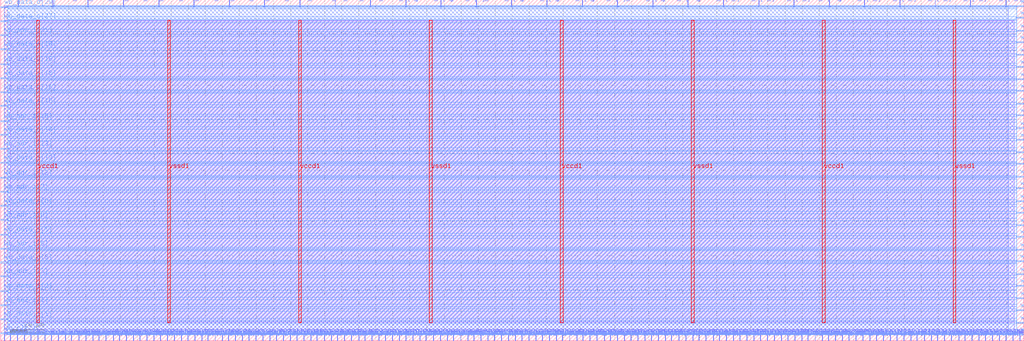
<source format=lef>
VERSION 5.7 ;
  NOWIREEXTENSIONATPIN ON ;
  DIVIDERCHAR "/" ;
  BUSBITCHARS "[]" ;
MACRO Flash
  CLASS BLOCK ;
  FOREIGN Flash ;
  ORIGIN 0.000 0.000 ;
  SIZE 600.000 BY 200.000 ;
  PIN flash_csb
    DIRECTION OUTPUT TRISTATE ;
    USE SIGNAL ;
    PORT
      LAYER met2 ;
        RECT 10.210 196.000 10.490 200.000 ;
    END
  END flash_csb
  PIN flash_io0_read
    DIRECTION INPUT ;
    USE SIGNAL ;
    PORT
      LAYER met2 ;
        RECT 30.450 196.000 30.730 200.000 ;
    END
  END flash_io0_read
  PIN flash_io0_we
    DIRECTION OUTPUT TRISTATE ;
    USE SIGNAL ;
    PORT
      LAYER met2 ;
        RECT 51.150 196.000 51.430 200.000 ;
    END
  END flash_io0_we
  PIN flash_io0_write
    DIRECTION OUTPUT TRISTATE ;
    USE SIGNAL ;
    PORT
      LAYER met2 ;
        RECT 71.850 196.000 72.130 200.000 ;
    END
  END flash_io0_write
  PIN flash_io1_read
    DIRECTION INPUT ;
    USE SIGNAL ;
    PORT
      LAYER met2 ;
        RECT 92.550 196.000 92.830 200.000 ;
    END
  END flash_io1_read
  PIN flash_io1_we
    DIRECTION OUTPUT TRISTATE ;
    USE SIGNAL ;
    PORT
      LAYER met2 ;
        RECT 113.250 196.000 113.530 200.000 ;
    END
  END flash_io1_we
  PIN flash_io1_write
    DIRECTION OUTPUT TRISTATE ;
    USE SIGNAL ;
    PORT
      LAYER met2 ;
        RECT 133.950 196.000 134.230 200.000 ;
    END
  END flash_io1_write
  PIN flash_sck
    DIRECTION OUTPUT TRISTATE ;
    USE SIGNAL ;
    PORT
      LAYER met2 ;
        RECT 154.650 196.000 154.930 200.000 ;
    END
  END flash_sck
  PIN sram_addr0[0]
    DIRECTION OUTPUT TRISTATE ;
    USE SIGNAL ;
    PORT
      LAYER met2 ;
        RECT 21.710 0.000 21.990 4.000 ;
    END
  END sram_addr0[0]
  PIN sram_addr0[1]
    DIRECTION OUTPUT TRISTATE ;
    USE SIGNAL ;
    PORT
      LAYER met2 ;
        RECT 45.630 0.000 45.910 4.000 ;
    END
  END sram_addr0[1]
  PIN sram_addr0[2]
    DIRECTION OUTPUT TRISTATE ;
    USE SIGNAL ;
    PORT
      LAYER met2 ;
        RECT 69.550 0.000 69.830 4.000 ;
    END
  END sram_addr0[2]
  PIN sram_addr0[3]
    DIRECTION OUTPUT TRISTATE ;
    USE SIGNAL ;
    PORT
      LAYER met2 ;
        RECT 93.470 0.000 93.750 4.000 ;
    END
  END sram_addr0[3]
  PIN sram_addr0[4]
    DIRECTION OUTPUT TRISTATE ;
    USE SIGNAL ;
    PORT
      LAYER met2 ;
        RECT 117.850 0.000 118.130 4.000 ;
    END
  END sram_addr0[4]
  PIN sram_addr0[5]
    DIRECTION OUTPUT TRISTATE ;
    USE SIGNAL ;
    PORT
      LAYER met2 ;
        RECT 137.630 0.000 137.910 4.000 ;
    END
  END sram_addr0[5]
  PIN sram_addr0[6]
    DIRECTION OUTPUT TRISTATE ;
    USE SIGNAL ;
    PORT
      LAYER met2 ;
        RECT 157.870 0.000 158.150 4.000 ;
    END
  END sram_addr0[6]
  PIN sram_addr0[7]
    DIRECTION OUTPUT TRISTATE ;
    USE SIGNAL ;
    PORT
      LAYER met2 ;
        RECT 177.650 0.000 177.930 4.000 ;
    END
  END sram_addr0[7]
  PIN sram_addr0[8]
    DIRECTION OUTPUT TRISTATE ;
    USE SIGNAL ;
    PORT
      LAYER met2 ;
        RECT 197.430 0.000 197.710 4.000 ;
    END
  END sram_addr0[8]
  PIN sram_addr1[0]
    DIRECTION OUTPUT TRISTATE ;
    USE SIGNAL ;
    PORT
      LAYER met2 ;
        RECT 25.850 0.000 26.130 4.000 ;
    END
  END sram_addr1[0]
  PIN sram_addr1[1]
    DIRECTION OUTPUT TRISTATE ;
    USE SIGNAL ;
    PORT
      LAYER met2 ;
        RECT 49.770 0.000 50.050 4.000 ;
    END
  END sram_addr1[1]
  PIN sram_addr1[2]
    DIRECTION OUTPUT TRISTATE ;
    USE SIGNAL ;
    PORT
      LAYER met2 ;
        RECT 73.690 0.000 73.970 4.000 ;
    END
  END sram_addr1[2]
  PIN sram_addr1[3]
    DIRECTION OUTPUT TRISTATE ;
    USE SIGNAL ;
    PORT
      LAYER met2 ;
        RECT 97.610 0.000 97.890 4.000 ;
    END
  END sram_addr1[3]
  PIN sram_addr1[4]
    DIRECTION OUTPUT TRISTATE ;
    USE SIGNAL ;
    PORT
      LAYER met2 ;
        RECT 121.530 0.000 121.810 4.000 ;
    END
  END sram_addr1[4]
  PIN sram_addr1[5]
    DIRECTION OUTPUT TRISTATE ;
    USE SIGNAL ;
    PORT
      LAYER met2 ;
        RECT 141.770 0.000 142.050 4.000 ;
    END
  END sram_addr1[5]
  PIN sram_addr1[6]
    DIRECTION OUTPUT TRISTATE ;
    USE SIGNAL ;
    PORT
      LAYER met2 ;
        RECT 161.550 0.000 161.830 4.000 ;
    END
  END sram_addr1[6]
  PIN sram_addr1[7]
    DIRECTION OUTPUT TRISTATE ;
    USE SIGNAL ;
    PORT
      LAYER met2 ;
        RECT 181.790 0.000 182.070 4.000 ;
    END
  END sram_addr1[7]
  PIN sram_addr1[8]
    DIRECTION OUTPUT TRISTATE ;
    USE SIGNAL ;
    PORT
      LAYER met2 ;
        RECT 201.570 0.000 201.850 4.000 ;
    END
  END sram_addr1[8]
  PIN sram_clk0
    DIRECTION OUTPUT TRISTATE ;
    USE SIGNAL ;
    PORT
      LAYER met2 ;
        RECT 1.930 0.000 2.210 4.000 ;
    END
  END sram_clk0
  PIN sram_clk1
    DIRECTION OUTPUT TRISTATE ;
    USE SIGNAL ;
    PORT
      LAYER met2 ;
        RECT 5.610 0.000 5.890 4.000 ;
    END
  END sram_clk1
  PIN sram_csb0
    DIRECTION OUTPUT TRISTATE ;
    USE SIGNAL ;
    PORT
      LAYER met2 ;
        RECT 9.750 0.000 10.030 4.000 ;
    END
  END sram_csb0
  PIN sram_csb1
    DIRECTION OUTPUT TRISTATE ;
    USE SIGNAL ;
    PORT
      LAYER met2 ;
        RECT 13.890 0.000 14.170 4.000 ;
    END
  END sram_csb1
  PIN sram_din0[0]
    DIRECTION OUTPUT TRISTATE ;
    USE SIGNAL ;
    PORT
      LAYER met2 ;
        RECT 29.530 0.000 29.810 4.000 ;
    END
  END sram_din0[0]
  PIN sram_din0[10]
    DIRECTION OUTPUT TRISTATE ;
    USE SIGNAL ;
    PORT
      LAYER met2 ;
        RECT 229.630 0.000 229.910 4.000 ;
    END
  END sram_din0[10]
  PIN sram_din0[11]
    DIRECTION OUTPUT TRISTATE ;
    USE SIGNAL ;
    PORT
      LAYER met2 ;
        RECT 241.590 0.000 241.870 4.000 ;
    END
  END sram_din0[11]
  PIN sram_din0[12]
    DIRECTION OUTPUT TRISTATE ;
    USE SIGNAL ;
    PORT
      LAYER met2 ;
        RECT 253.550 0.000 253.830 4.000 ;
    END
  END sram_din0[12]
  PIN sram_din0[13]
    DIRECTION OUTPUT TRISTATE ;
    USE SIGNAL ;
    PORT
      LAYER met2 ;
        RECT 265.510 0.000 265.790 4.000 ;
    END
  END sram_din0[13]
  PIN sram_din0[14]
    DIRECTION OUTPUT TRISTATE ;
    USE SIGNAL ;
    PORT
      LAYER met2 ;
        RECT 277.470 0.000 277.750 4.000 ;
    END
  END sram_din0[14]
  PIN sram_din0[15]
    DIRECTION OUTPUT TRISTATE ;
    USE SIGNAL ;
    PORT
      LAYER met2 ;
        RECT 289.430 0.000 289.710 4.000 ;
    END
  END sram_din0[15]
  PIN sram_din0[16]
    DIRECTION OUTPUT TRISTATE ;
    USE SIGNAL ;
    PORT
      LAYER met2 ;
        RECT 301.850 0.000 302.130 4.000 ;
    END
  END sram_din0[16]
  PIN sram_din0[17]
    DIRECTION OUTPUT TRISTATE ;
    USE SIGNAL ;
    PORT
      LAYER met2 ;
        RECT 313.810 0.000 314.090 4.000 ;
    END
  END sram_din0[17]
  PIN sram_din0[18]
    DIRECTION OUTPUT TRISTATE ;
    USE SIGNAL ;
    PORT
      LAYER met2 ;
        RECT 325.770 0.000 326.050 4.000 ;
    END
  END sram_din0[18]
  PIN sram_din0[19]
    DIRECTION OUTPUT TRISTATE ;
    USE SIGNAL ;
    PORT
      LAYER met2 ;
        RECT 337.730 0.000 338.010 4.000 ;
    END
  END sram_din0[19]
  PIN sram_din0[1]
    DIRECTION OUTPUT TRISTATE ;
    USE SIGNAL ;
    PORT
      LAYER met2 ;
        RECT 53.910 0.000 54.190 4.000 ;
    END
  END sram_din0[1]
  PIN sram_din0[20]
    DIRECTION OUTPUT TRISTATE ;
    USE SIGNAL ;
    PORT
      LAYER met2 ;
        RECT 349.690 0.000 349.970 4.000 ;
    END
  END sram_din0[20]
  PIN sram_din0[21]
    DIRECTION OUTPUT TRISTATE ;
    USE SIGNAL ;
    PORT
      LAYER met2 ;
        RECT 361.650 0.000 361.930 4.000 ;
    END
  END sram_din0[21]
  PIN sram_din0[22]
    DIRECTION OUTPUT TRISTATE ;
    USE SIGNAL ;
    PORT
      LAYER met2 ;
        RECT 373.610 0.000 373.890 4.000 ;
    END
  END sram_din0[22]
  PIN sram_din0[23]
    DIRECTION OUTPUT TRISTATE ;
    USE SIGNAL ;
    PORT
      LAYER met2 ;
        RECT 385.570 0.000 385.850 4.000 ;
    END
  END sram_din0[23]
  PIN sram_din0[24]
    DIRECTION OUTPUT TRISTATE ;
    USE SIGNAL ;
    PORT
      LAYER met2 ;
        RECT 397.530 0.000 397.810 4.000 ;
    END
  END sram_din0[24]
  PIN sram_din0[25]
    DIRECTION OUTPUT TRISTATE ;
    USE SIGNAL ;
    PORT
      LAYER met2 ;
        RECT 409.490 0.000 409.770 4.000 ;
    END
  END sram_din0[25]
  PIN sram_din0[26]
    DIRECTION OUTPUT TRISTATE ;
    USE SIGNAL ;
    PORT
      LAYER met2 ;
        RECT 421.450 0.000 421.730 4.000 ;
    END
  END sram_din0[26]
  PIN sram_din0[27]
    DIRECTION OUTPUT TRISTATE ;
    USE SIGNAL ;
    PORT
      LAYER met2 ;
        RECT 433.410 0.000 433.690 4.000 ;
    END
  END sram_din0[27]
  PIN sram_din0[28]
    DIRECTION OUTPUT TRISTATE ;
    USE SIGNAL ;
    PORT
      LAYER met2 ;
        RECT 445.370 0.000 445.650 4.000 ;
    END
  END sram_din0[28]
  PIN sram_din0[29]
    DIRECTION OUTPUT TRISTATE ;
    USE SIGNAL ;
    PORT
      LAYER met2 ;
        RECT 457.790 0.000 458.070 4.000 ;
    END
  END sram_din0[29]
  PIN sram_din0[2]
    DIRECTION OUTPUT TRISTATE ;
    USE SIGNAL ;
    PORT
      LAYER met2 ;
        RECT 77.830 0.000 78.110 4.000 ;
    END
  END sram_din0[2]
  PIN sram_din0[30]
    DIRECTION OUTPUT TRISTATE ;
    USE SIGNAL ;
    PORT
      LAYER met2 ;
        RECT 469.750 0.000 470.030 4.000 ;
    END
  END sram_din0[30]
  PIN sram_din0[31]
    DIRECTION OUTPUT TRISTATE ;
    USE SIGNAL ;
    PORT
      LAYER met2 ;
        RECT 481.710 0.000 481.990 4.000 ;
    END
  END sram_din0[31]
  PIN sram_din0[3]
    DIRECTION OUTPUT TRISTATE ;
    USE SIGNAL ;
    PORT
      LAYER met2 ;
        RECT 101.750 0.000 102.030 4.000 ;
    END
  END sram_din0[3]
  PIN sram_din0[4]
    DIRECTION OUTPUT TRISTATE ;
    USE SIGNAL ;
    PORT
      LAYER met2 ;
        RECT 125.670 0.000 125.950 4.000 ;
    END
  END sram_din0[4]
  PIN sram_din0[5]
    DIRECTION OUTPUT TRISTATE ;
    USE SIGNAL ;
    PORT
      LAYER met2 ;
        RECT 145.450 0.000 145.730 4.000 ;
    END
  END sram_din0[5]
  PIN sram_din0[6]
    DIRECTION OUTPUT TRISTATE ;
    USE SIGNAL ;
    PORT
      LAYER met2 ;
        RECT 165.690 0.000 165.970 4.000 ;
    END
  END sram_din0[6]
  PIN sram_din0[7]
    DIRECTION OUTPUT TRISTATE ;
    USE SIGNAL ;
    PORT
      LAYER met2 ;
        RECT 185.470 0.000 185.750 4.000 ;
    END
  END sram_din0[7]
  PIN sram_din0[8]
    DIRECTION OUTPUT TRISTATE ;
    USE SIGNAL ;
    PORT
      LAYER met2 ;
        RECT 205.710 0.000 205.990 4.000 ;
    END
  END sram_din0[8]
  PIN sram_din0[9]
    DIRECTION OUTPUT TRISTATE ;
    USE SIGNAL ;
    PORT
      LAYER met2 ;
        RECT 217.670 0.000 217.950 4.000 ;
    END
  END sram_din0[9]
  PIN sram_dout0[0]
    DIRECTION INPUT ;
    USE SIGNAL ;
    PORT
      LAYER met2 ;
        RECT 33.670 0.000 33.950 4.000 ;
    END
  END sram_dout0[0]
  PIN sram_dout0[10]
    DIRECTION INPUT ;
    USE SIGNAL ;
    PORT
      LAYER met2 ;
        RECT 233.770 0.000 234.050 4.000 ;
    END
  END sram_dout0[10]
  PIN sram_dout0[11]
    DIRECTION INPUT ;
    USE SIGNAL ;
    PORT
      LAYER met2 ;
        RECT 245.730 0.000 246.010 4.000 ;
    END
  END sram_dout0[11]
  PIN sram_dout0[12]
    DIRECTION INPUT ;
    USE SIGNAL ;
    PORT
      LAYER met2 ;
        RECT 257.690 0.000 257.970 4.000 ;
    END
  END sram_dout0[12]
  PIN sram_dout0[13]
    DIRECTION INPUT ;
    USE SIGNAL ;
    PORT
      LAYER met2 ;
        RECT 269.650 0.000 269.930 4.000 ;
    END
  END sram_dout0[13]
  PIN sram_dout0[14]
    DIRECTION INPUT ;
    USE SIGNAL ;
    PORT
      LAYER met2 ;
        RECT 281.610 0.000 281.890 4.000 ;
    END
  END sram_dout0[14]
  PIN sram_dout0[15]
    DIRECTION INPUT ;
    USE SIGNAL ;
    PORT
      LAYER met2 ;
        RECT 293.570 0.000 293.850 4.000 ;
    END
  END sram_dout0[15]
  PIN sram_dout0[16]
    DIRECTION INPUT ;
    USE SIGNAL ;
    PORT
      LAYER met2 ;
        RECT 305.530 0.000 305.810 4.000 ;
    END
  END sram_dout0[16]
  PIN sram_dout0[17]
    DIRECTION INPUT ;
    USE SIGNAL ;
    PORT
      LAYER met2 ;
        RECT 317.490 0.000 317.770 4.000 ;
    END
  END sram_dout0[17]
  PIN sram_dout0[18]
    DIRECTION INPUT ;
    USE SIGNAL ;
    PORT
      LAYER met2 ;
        RECT 329.450 0.000 329.730 4.000 ;
    END
  END sram_dout0[18]
  PIN sram_dout0[19]
    DIRECTION INPUT ;
    USE SIGNAL ;
    PORT
      LAYER met2 ;
        RECT 341.410 0.000 341.690 4.000 ;
    END
  END sram_dout0[19]
  PIN sram_dout0[1]
    DIRECTION INPUT ;
    USE SIGNAL ;
    PORT
      LAYER met2 ;
        RECT 57.590 0.000 57.870 4.000 ;
    END
  END sram_dout0[1]
  PIN sram_dout0[20]
    DIRECTION INPUT ;
    USE SIGNAL ;
    PORT
      LAYER met2 ;
        RECT 353.830 0.000 354.110 4.000 ;
    END
  END sram_dout0[20]
  PIN sram_dout0[21]
    DIRECTION INPUT ;
    USE SIGNAL ;
    PORT
      LAYER met2 ;
        RECT 365.790 0.000 366.070 4.000 ;
    END
  END sram_dout0[21]
  PIN sram_dout0[22]
    DIRECTION INPUT ;
    USE SIGNAL ;
    PORT
      LAYER met2 ;
        RECT 377.750 0.000 378.030 4.000 ;
    END
  END sram_dout0[22]
  PIN sram_dout0[23]
    DIRECTION INPUT ;
    USE SIGNAL ;
    PORT
      LAYER met2 ;
        RECT 389.710 0.000 389.990 4.000 ;
    END
  END sram_dout0[23]
  PIN sram_dout0[24]
    DIRECTION INPUT ;
    USE SIGNAL ;
    PORT
      LAYER met2 ;
        RECT 401.670 0.000 401.950 4.000 ;
    END
  END sram_dout0[24]
  PIN sram_dout0[25]
    DIRECTION INPUT ;
    USE SIGNAL ;
    PORT
      LAYER met2 ;
        RECT 413.630 0.000 413.910 4.000 ;
    END
  END sram_dout0[25]
  PIN sram_dout0[26]
    DIRECTION INPUT ;
    USE SIGNAL ;
    PORT
      LAYER met2 ;
        RECT 425.590 0.000 425.870 4.000 ;
    END
  END sram_dout0[26]
  PIN sram_dout0[27]
    DIRECTION INPUT ;
    USE SIGNAL ;
    PORT
      LAYER met2 ;
        RECT 437.550 0.000 437.830 4.000 ;
    END
  END sram_dout0[27]
  PIN sram_dout0[28]
    DIRECTION INPUT ;
    USE SIGNAL ;
    PORT
      LAYER met2 ;
        RECT 449.510 0.000 449.790 4.000 ;
    END
  END sram_dout0[28]
  PIN sram_dout0[29]
    DIRECTION INPUT ;
    USE SIGNAL ;
    PORT
      LAYER met2 ;
        RECT 461.470 0.000 461.750 4.000 ;
    END
  END sram_dout0[29]
  PIN sram_dout0[2]
    DIRECTION INPUT ;
    USE SIGNAL ;
    PORT
      LAYER met2 ;
        RECT 81.510 0.000 81.790 4.000 ;
    END
  END sram_dout0[2]
  PIN sram_dout0[30]
    DIRECTION INPUT ;
    USE SIGNAL ;
    PORT
      LAYER met2 ;
        RECT 473.430 0.000 473.710 4.000 ;
    END
  END sram_dout0[30]
  PIN sram_dout0[31]
    DIRECTION INPUT ;
    USE SIGNAL ;
    PORT
      LAYER met2 ;
        RECT 485.390 0.000 485.670 4.000 ;
    END
  END sram_dout0[31]
  PIN sram_dout0[3]
    DIRECTION INPUT ;
    USE SIGNAL ;
    PORT
      LAYER met2 ;
        RECT 105.890 0.000 106.170 4.000 ;
    END
  END sram_dout0[3]
  PIN sram_dout0[4]
    DIRECTION INPUT ;
    USE SIGNAL ;
    PORT
      LAYER met2 ;
        RECT 129.810 0.000 130.090 4.000 ;
    END
  END sram_dout0[4]
  PIN sram_dout0[5]
    DIRECTION INPUT ;
    USE SIGNAL ;
    PORT
      LAYER met2 ;
        RECT 149.590 0.000 149.870 4.000 ;
    END
  END sram_dout0[5]
  PIN sram_dout0[6]
    DIRECTION INPUT ;
    USE SIGNAL ;
    PORT
      LAYER met2 ;
        RECT 169.830 0.000 170.110 4.000 ;
    END
  END sram_dout0[6]
  PIN sram_dout0[7]
    DIRECTION INPUT ;
    USE SIGNAL ;
    PORT
      LAYER met2 ;
        RECT 189.610 0.000 189.890 4.000 ;
    END
  END sram_dout0[7]
  PIN sram_dout0[8]
    DIRECTION INPUT ;
    USE SIGNAL ;
    PORT
      LAYER met2 ;
        RECT 209.850 0.000 210.130 4.000 ;
    END
  END sram_dout0[8]
  PIN sram_dout0[9]
    DIRECTION INPUT ;
    USE SIGNAL ;
    PORT
      LAYER met2 ;
        RECT 221.810 0.000 222.090 4.000 ;
    END
  END sram_dout0[9]
  PIN sram_dout1[0]
    DIRECTION INPUT ;
    USE SIGNAL ;
    PORT
      LAYER met2 ;
        RECT 37.810 0.000 38.090 4.000 ;
    END
  END sram_dout1[0]
  PIN sram_dout1[10]
    DIRECTION INPUT ;
    USE SIGNAL ;
    PORT
      LAYER met2 ;
        RECT 237.450 0.000 237.730 4.000 ;
    END
  END sram_dout1[10]
  PIN sram_dout1[11]
    DIRECTION INPUT ;
    USE SIGNAL ;
    PORT
      LAYER met2 ;
        RECT 249.410 0.000 249.690 4.000 ;
    END
  END sram_dout1[11]
  PIN sram_dout1[12]
    DIRECTION INPUT ;
    USE SIGNAL ;
    PORT
      LAYER met2 ;
        RECT 261.830 0.000 262.110 4.000 ;
    END
  END sram_dout1[12]
  PIN sram_dout1[13]
    DIRECTION INPUT ;
    USE SIGNAL ;
    PORT
      LAYER met2 ;
        RECT 273.790 0.000 274.070 4.000 ;
    END
  END sram_dout1[13]
  PIN sram_dout1[14]
    DIRECTION INPUT ;
    USE SIGNAL ;
    PORT
      LAYER met2 ;
        RECT 285.750 0.000 286.030 4.000 ;
    END
  END sram_dout1[14]
  PIN sram_dout1[15]
    DIRECTION INPUT ;
    USE SIGNAL ;
    PORT
      LAYER met2 ;
        RECT 297.710 0.000 297.990 4.000 ;
    END
  END sram_dout1[15]
  PIN sram_dout1[16]
    DIRECTION INPUT ;
    USE SIGNAL ;
    PORT
      LAYER met2 ;
        RECT 309.670 0.000 309.950 4.000 ;
    END
  END sram_dout1[16]
  PIN sram_dout1[17]
    DIRECTION INPUT ;
    USE SIGNAL ;
    PORT
      LAYER met2 ;
        RECT 321.630 0.000 321.910 4.000 ;
    END
  END sram_dout1[17]
  PIN sram_dout1[18]
    DIRECTION INPUT ;
    USE SIGNAL ;
    PORT
      LAYER met2 ;
        RECT 333.590 0.000 333.870 4.000 ;
    END
  END sram_dout1[18]
  PIN sram_dout1[19]
    DIRECTION INPUT ;
    USE SIGNAL ;
    PORT
      LAYER met2 ;
        RECT 345.550 0.000 345.830 4.000 ;
    END
  END sram_dout1[19]
  PIN sram_dout1[1]
    DIRECTION INPUT ;
    USE SIGNAL ;
    PORT
      LAYER met2 ;
        RECT 61.730 0.000 62.010 4.000 ;
    END
  END sram_dout1[1]
  PIN sram_dout1[20]
    DIRECTION INPUT ;
    USE SIGNAL ;
    PORT
      LAYER met2 ;
        RECT 357.510 0.000 357.790 4.000 ;
    END
  END sram_dout1[20]
  PIN sram_dout1[21]
    DIRECTION INPUT ;
    USE SIGNAL ;
    PORT
      LAYER met2 ;
        RECT 369.470 0.000 369.750 4.000 ;
    END
  END sram_dout1[21]
  PIN sram_dout1[22]
    DIRECTION INPUT ;
    USE SIGNAL ;
    PORT
      LAYER met2 ;
        RECT 381.430 0.000 381.710 4.000 ;
    END
  END sram_dout1[22]
  PIN sram_dout1[23]
    DIRECTION INPUT ;
    USE SIGNAL ;
    PORT
      LAYER met2 ;
        RECT 393.390 0.000 393.670 4.000 ;
    END
  END sram_dout1[23]
  PIN sram_dout1[24]
    DIRECTION INPUT ;
    USE SIGNAL ;
    PORT
      LAYER met2 ;
        RECT 405.810 0.000 406.090 4.000 ;
    END
  END sram_dout1[24]
  PIN sram_dout1[25]
    DIRECTION INPUT ;
    USE SIGNAL ;
    PORT
      LAYER met2 ;
        RECT 417.770 0.000 418.050 4.000 ;
    END
  END sram_dout1[25]
  PIN sram_dout1[26]
    DIRECTION INPUT ;
    USE SIGNAL ;
    PORT
      LAYER met2 ;
        RECT 429.730 0.000 430.010 4.000 ;
    END
  END sram_dout1[26]
  PIN sram_dout1[27]
    DIRECTION INPUT ;
    USE SIGNAL ;
    PORT
      LAYER met2 ;
        RECT 441.690 0.000 441.970 4.000 ;
    END
  END sram_dout1[27]
  PIN sram_dout1[28]
    DIRECTION INPUT ;
    USE SIGNAL ;
    PORT
      LAYER met2 ;
        RECT 453.650 0.000 453.930 4.000 ;
    END
  END sram_dout1[28]
  PIN sram_dout1[29]
    DIRECTION INPUT ;
    USE SIGNAL ;
    PORT
      LAYER met2 ;
        RECT 465.610 0.000 465.890 4.000 ;
    END
  END sram_dout1[29]
  PIN sram_dout1[2]
    DIRECTION INPUT ;
    USE SIGNAL ;
    PORT
      LAYER met2 ;
        RECT 85.650 0.000 85.930 4.000 ;
    END
  END sram_dout1[2]
  PIN sram_dout1[30]
    DIRECTION INPUT ;
    USE SIGNAL ;
    PORT
      LAYER met2 ;
        RECT 477.570 0.000 477.850 4.000 ;
    END
  END sram_dout1[30]
  PIN sram_dout1[31]
    DIRECTION INPUT ;
    USE SIGNAL ;
    PORT
      LAYER met2 ;
        RECT 489.530 0.000 489.810 4.000 ;
    END
  END sram_dout1[31]
  PIN sram_dout1[3]
    DIRECTION INPUT ;
    USE SIGNAL ;
    PORT
      LAYER met2 ;
        RECT 109.570 0.000 109.850 4.000 ;
    END
  END sram_dout1[3]
  PIN sram_dout1[4]
    DIRECTION INPUT ;
    USE SIGNAL ;
    PORT
      LAYER met2 ;
        RECT 133.490 0.000 133.770 4.000 ;
    END
  END sram_dout1[4]
  PIN sram_dout1[5]
    DIRECTION INPUT ;
    USE SIGNAL ;
    PORT
      LAYER met2 ;
        RECT 153.730 0.000 154.010 4.000 ;
    END
  END sram_dout1[5]
  PIN sram_dout1[6]
    DIRECTION INPUT ;
    USE SIGNAL ;
    PORT
      LAYER met2 ;
        RECT 173.510 0.000 173.790 4.000 ;
    END
  END sram_dout1[6]
  PIN sram_dout1[7]
    DIRECTION INPUT ;
    USE SIGNAL ;
    PORT
      LAYER met2 ;
        RECT 193.750 0.000 194.030 4.000 ;
    END
  END sram_dout1[7]
  PIN sram_dout1[8]
    DIRECTION INPUT ;
    USE SIGNAL ;
    PORT
      LAYER met2 ;
        RECT 213.530 0.000 213.810 4.000 ;
    END
  END sram_dout1[8]
  PIN sram_dout1[9]
    DIRECTION INPUT ;
    USE SIGNAL ;
    PORT
      LAYER met2 ;
        RECT 225.490 0.000 225.770 4.000 ;
    END
  END sram_dout1[9]
  PIN sram_web0
    DIRECTION OUTPUT TRISTATE ;
    USE SIGNAL ;
    PORT
      LAYER met2 ;
        RECT 17.570 0.000 17.850 4.000 ;
    END
  END sram_web0
  PIN sram_wmask0[0]
    DIRECTION OUTPUT TRISTATE ;
    USE SIGNAL ;
    PORT
      LAYER met2 ;
        RECT 41.490 0.000 41.770 4.000 ;
    END
  END sram_wmask0[0]
  PIN sram_wmask0[1]
    DIRECTION OUTPUT TRISTATE ;
    USE SIGNAL ;
    PORT
      LAYER met2 ;
        RECT 65.870 0.000 66.150 4.000 ;
    END
  END sram_wmask0[1]
  PIN sram_wmask0[2]
    DIRECTION OUTPUT TRISTATE ;
    USE SIGNAL ;
    PORT
      LAYER met2 ;
        RECT 89.790 0.000 90.070 4.000 ;
    END
  END sram_wmask0[2]
  PIN sram_wmask0[3]
    DIRECTION OUTPUT TRISTATE ;
    USE SIGNAL ;
    PORT
      LAYER met2 ;
        RECT 113.710 0.000 113.990 4.000 ;
    END
  END sram_wmask0[3]
  PIN vccd1
    DIRECTION INOUT ;
    USE POWER ;
    PORT
      LAYER met4 ;
        RECT 21.040 10.640 22.640 187.920 ;
    END
    PORT
      LAYER met4 ;
        RECT 174.640 10.640 176.240 187.920 ;
    END
    PORT
      LAYER met4 ;
        RECT 328.240 10.640 329.840 187.920 ;
    END
    PORT
      LAYER met4 ;
        RECT 481.840 10.640 483.440 187.920 ;
    END
  END vccd1
  PIN vssd1
    DIRECTION INOUT ;
    USE GROUND ;
    PORT
      LAYER met4 ;
        RECT 97.840 10.640 99.440 187.920 ;
    END
    PORT
      LAYER met4 ;
        RECT 251.440 10.640 253.040 187.920 ;
    END
    PORT
      LAYER met4 ;
        RECT 405.040 10.640 406.640 187.920 ;
    END
    PORT
      LAYER met4 ;
        RECT 558.640 10.640 560.240 187.920 ;
    END
  END vssd1
  PIN wb_ack_o
    DIRECTION OUTPUT TRISTATE ;
    USE SIGNAL ;
    PORT
      LAYER met3 ;
        RECT 596.000 3.440 600.000 4.040 ;
    END
  END wb_ack_o
  PIN wb_adr_i[0]
    DIRECTION INPUT ;
    USE SIGNAL ;
    PORT
      LAYER met2 ;
        RECT 493.670 0.000 493.950 4.000 ;
    END
  END wb_adr_i[0]
  PIN wb_adr_i[10]
    DIRECTION INPUT ;
    USE SIGNAL ;
    PORT
      LAYER met3 ;
        RECT 596.000 89.120 600.000 89.720 ;
    END
  END wb_adr_i[10]
  PIN wb_adr_i[11]
    DIRECTION INPUT ;
    USE SIGNAL ;
    PORT
      LAYER met3 ;
        RECT 596.000 103.400 600.000 104.000 ;
    END
  END wb_adr_i[11]
  PIN wb_adr_i[12]
    DIRECTION INPUT ;
    USE SIGNAL ;
    PORT
      LAYER met3 ;
        RECT 0.000 95.240 4.000 95.840 ;
    END
  END wb_adr_i[12]
  PIN wb_adr_i[13]
    DIRECTION INPUT ;
    USE SIGNAL ;
    PORT
      LAYER met3 ;
        RECT 0.000 112.240 4.000 112.840 ;
    END
  END wb_adr_i[13]
  PIN wb_adr_i[14]
    DIRECTION INPUT ;
    USE SIGNAL ;
    PORT
      LAYER met2 ;
        RECT 382.350 196.000 382.630 200.000 ;
    END
  END wb_adr_i[14]
  PIN wb_adr_i[15]
    DIRECTION INPUT ;
    USE SIGNAL ;
    PORT
      LAYER met3 ;
        RECT 0.000 128.560 4.000 129.160 ;
    END
  END wb_adr_i[15]
  PIN wb_adr_i[16]
    DIRECTION INPUT ;
    USE SIGNAL ;
    PORT
      LAYER met2 ;
        RECT 541.510 0.000 541.790 4.000 ;
    END
  END wb_adr_i[16]
  PIN wb_adr_i[17]
    DIRECTION INPUT ;
    USE SIGNAL ;
    PORT
      LAYER met2 ;
        RECT 549.330 0.000 549.610 4.000 ;
    END
  END wb_adr_i[17]
  PIN wb_adr_i[18]
    DIRECTION INPUT ;
    USE SIGNAL ;
    PORT
      LAYER met3 ;
        RECT 596.000 146.240 600.000 146.840 ;
    END
  END wb_adr_i[18]
  PIN wb_adr_i[19]
    DIRECTION INPUT ;
    USE SIGNAL ;
    PORT
      LAYER met2 ;
        RECT 553.470 0.000 553.750 4.000 ;
    END
  END wb_adr_i[19]
  PIN wb_adr_i[1]
    DIRECTION INPUT ;
    USE SIGNAL ;
    PORT
      LAYER met3 ;
        RECT 596.000 46.280 600.000 46.880 ;
    END
  END wb_adr_i[1]
  PIN wb_adr_i[20]
    DIRECTION INPUT ;
    USE SIGNAL ;
    PORT
      LAYER met2 ;
        RECT 557.610 0.000 557.890 4.000 ;
    END
  END wb_adr_i[20]
  PIN wb_adr_i[21]
    DIRECTION INPUT ;
    USE SIGNAL ;
    PORT
      LAYER met3 ;
        RECT 0.000 178.880 4.000 179.480 ;
    END
  END wb_adr_i[21]
  PIN wb_adr_i[22]
    DIRECTION INPUT ;
    USE SIGNAL ;
    PORT
      LAYER met2 ;
        RECT 465.150 196.000 465.430 200.000 ;
    END
  END wb_adr_i[22]
  PIN wb_adr_i[23]
    DIRECTION INPUT ;
    USE SIGNAL ;
    PORT
      LAYER met2 ;
        RECT 577.390 0.000 577.670 4.000 ;
    END
  END wb_adr_i[23]
  PIN wb_adr_i[2]
    DIRECTION INPUT ;
    USE SIGNAL ;
    PORT
      LAYER met2 ;
        RECT 258.150 196.000 258.430 200.000 ;
    END
  END wb_adr_i[2]
  PIN wb_adr_i[3]
    DIRECTION INPUT ;
    USE SIGNAL ;
    PORT
      LAYER met3 ;
        RECT 0.000 37.440 4.000 38.040 ;
    END
  END wb_adr_i[3]
  PIN wb_adr_i[4]
    DIRECTION INPUT ;
    USE SIGNAL ;
    PORT
      LAYER met3 ;
        RECT 596.000 60.560 600.000 61.160 ;
    END
  END wb_adr_i[4]
  PIN wb_adr_i[5]
    DIRECTION INPUT ;
    USE SIGNAL ;
    PORT
      LAYER met3 ;
        RECT 0.000 53.760 4.000 54.360 ;
    END
  END wb_adr_i[5]
  PIN wb_adr_i[6]
    DIRECTION INPUT ;
    USE SIGNAL ;
    PORT
      LAYER met3 ;
        RECT 0.000 70.760 4.000 71.360 ;
    END
  END wb_adr_i[6]
  PIN wb_adr_i[7]
    DIRECTION INPUT ;
    USE SIGNAL ;
    PORT
      LAYER met3 ;
        RECT 0.000 87.080 4.000 87.680 ;
    END
  END wb_adr_i[7]
  PIN wb_adr_i[8]
    DIRECTION INPUT ;
    USE SIGNAL ;
    PORT
      LAYER met3 ;
        RECT 596.000 74.840 600.000 75.440 ;
    END
  END wb_adr_i[8]
  PIN wb_adr_i[9]
    DIRECTION INPUT ;
    USE SIGNAL ;
    PORT
      LAYER met2 ;
        RECT 340.950 196.000 341.230 200.000 ;
    END
  END wb_adr_i[9]
  PIN wb_clk_i
    DIRECTION INPUT ;
    USE SIGNAL ;
    PORT
      LAYER met3 ;
        RECT 0.000 4.120 4.000 4.720 ;
    END
  END wb_clk_i
  PIN wb_cyc_i
    DIRECTION INPUT ;
    USE SIGNAL ;
    PORT
      LAYER met3 ;
        RECT 596.000 10.240 600.000 10.840 ;
    END
  END wb_cyc_i
  PIN wb_data_i[0]
    DIRECTION INPUT ;
    USE SIGNAL ;
    PORT
      LAYER met2 ;
        RECT 216.750 196.000 217.030 200.000 ;
    END
  END wb_data_i[0]
  PIN wb_data_i[10]
    DIRECTION INPUT ;
    USE SIGNAL ;
    PORT
      LAYER met2 ;
        RECT 529.550 0.000 529.830 4.000 ;
    END
  END wb_data_i[10]
  PIN wb_data_i[11]
    DIRECTION INPUT ;
    USE SIGNAL ;
    PORT
      LAYER met2 ;
        RECT 533.690 0.000 533.970 4.000 ;
    END
  END wb_data_i[11]
  PIN wb_data_i[12]
    DIRECTION INPUT ;
    USE SIGNAL ;
    PORT
      LAYER met3 ;
        RECT 0.000 104.080 4.000 104.680 ;
    END
  END wb_data_i[12]
  PIN wb_data_i[13]
    DIRECTION INPUT ;
    USE SIGNAL ;
    PORT
      LAYER met3 ;
        RECT 596.000 124.480 600.000 125.080 ;
    END
  END wb_data_i[13]
  PIN wb_data_i[14]
    DIRECTION INPUT ;
    USE SIGNAL ;
    PORT
      LAYER met2 ;
        RECT 403.050 196.000 403.330 200.000 ;
    END
  END wb_data_i[14]
  PIN wb_data_i[15]
    DIRECTION INPUT ;
    USE SIGNAL ;
    PORT
      LAYER met3 ;
        RECT 0.000 137.400 4.000 138.000 ;
    END
  END wb_data_i[15]
  PIN wb_data_i[16]
    DIRECTION INPUT ;
    USE SIGNAL ;
    PORT
      LAYER met2 ;
        RECT 545.650 0.000 545.930 4.000 ;
    END
  END wb_data_i[16]
  PIN wb_data_i[17]
    DIRECTION INPUT ;
    USE SIGNAL ;
    PORT
      LAYER met3 ;
        RECT 596.000 138.760 600.000 139.360 ;
    END
  END wb_data_i[17]
  PIN wb_data_i[18]
    DIRECTION INPUT ;
    USE SIGNAL ;
    PORT
      LAYER met3 ;
        RECT 0.000 153.720 4.000 154.320 ;
    END
  END wb_data_i[18]
  PIN wb_data_i[19]
    DIRECTION INPUT ;
    USE SIGNAL ;
    PORT
      LAYER met3 ;
        RECT 596.000 153.040 600.000 153.640 ;
    END
  END wb_data_i[19]
  PIN wb_data_i[1]
    DIRECTION INPUT ;
    USE SIGNAL ;
    PORT
      LAYER met3 ;
        RECT 0.000 12.280 4.000 12.880 ;
    END
  END wb_data_i[1]
  PIN wb_data_i[20]
    DIRECTION INPUT ;
    USE SIGNAL ;
    PORT
      LAYER met2 ;
        RECT 444.450 196.000 444.730 200.000 ;
    END
  END wb_data_i[20]
  PIN wb_data_i[21]
    DIRECTION INPUT ;
    USE SIGNAL ;
    PORT
      LAYER met2 ;
        RECT 565.430 0.000 565.710 4.000 ;
    END
  END wb_data_i[21]
  PIN wb_data_i[22]
    DIRECTION INPUT ;
    USE SIGNAL ;
    PORT
      LAYER met2 ;
        RECT 485.850 196.000 486.130 200.000 ;
    END
  END wb_data_i[22]
  PIN wb_data_i[23]
    DIRECTION INPUT ;
    USE SIGNAL ;
    PORT
      LAYER met3 ;
        RECT 596.000 160.520 600.000 161.120 ;
    END
  END wb_data_i[23]
  PIN wb_data_i[24]
    DIRECTION INPUT ;
    USE SIGNAL ;
    PORT
      LAYER met2 ;
        RECT 585.670 0.000 585.950 4.000 ;
    END
  END wb_data_i[24]
  PIN wb_data_i[25]
    DIRECTION INPUT ;
    USE SIGNAL ;
    PORT
      LAYER met2 ;
        RECT 506.550 196.000 506.830 200.000 ;
    END
  END wb_data_i[25]
  PIN wb_data_i[26]
    DIRECTION INPUT ;
    USE SIGNAL ;
    PORT
      LAYER met2 ;
        RECT 527.250 196.000 527.530 200.000 ;
    END
  END wb_data_i[26]
  PIN wb_data_i[27]
    DIRECTION INPUT ;
    USE SIGNAL ;
    PORT
      LAYER met3 ;
        RECT 596.000 181.600 600.000 182.200 ;
    END
  END wb_data_i[27]
  PIN wb_data_i[28]
    DIRECTION INPUT ;
    USE SIGNAL ;
    PORT
      LAYER met3 ;
        RECT 596.000 189.080 600.000 189.680 ;
    END
  END wb_data_i[28]
  PIN wb_data_i[29]
    DIRECTION INPUT ;
    USE SIGNAL ;
    PORT
      LAYER met2 ;
        RECT 593.490 0.000 593.770 4.000 ;
    END
  END wb_data_i[29]
  PIN wb_data_i[2]
    DIRECTION INPUT ;
    USE SIGNAL ;
    PORT
      LAYER met3 ;
        RECT 0.000 28.600 4.000 29.200 ;
    END
  END wb_data_i[2]
  PIN wb_data_i[30]
    DIRECTION INPUT ;
    USE SIGNAL ;
    PORT
      LAYER met2 ;
        RECT 597.630 0.000 597.910 4.000 ;
    END
  END wb_data_i[30]
  PIN wb_data_i[31]
    DIRECTION INPUT ;
    USE SIGNAL ;
    PORT
      LAYER met2 ;
        RECT 568.650 196.000 568.930 200.000 ;
    END
  END wb_data_i[31]
  PIN wb_data_i[3]
    DIRECTION INPUT ;
    USE SIGNAL ;
    PORT
      LAYER met2 ;
        RECT 505.630 0.000 505.910 4.000 ;
    END
  END wb_data_i[3]
  PIN wb_data_i[4]
    DIRECTION INPUT ;
    USE SIGNAL ;
    PORT
      LAYER met3 ;
        RECT 596.000 67.360 600.000 67.960 ;
    END
  END wb_data_i[4]
  PIN wb_data_i[5]
    DIRECTION INPUT ;
    USE SIGNAL ;
    PORT
      LAYER met3 ;
        RECT 0.000 61.920 4.000 62.520 ;
    END
  END wb_data_i[5]
  PIN wb_data_i[6]
    DIRECTION INPUT ;
    USE SIGNAL ;
    PORT
      LAYER met3 ;
        RECT 0.000 78.920 4.000 79.520 ;
    END
  END wb_data_i[6]
  PIN wb_data_i[7]
    DIRECTION INPUT ;
    USE SIGNAL ;
    PORT
      LAYER met2 ;
        RECT 521.730 0.000 522.010 4.000 ;
    END
  END wb_data_i[7]
  PIN wb_data_i[8]
    DIRECTION INPUT ;
    USE SIGNAL ;
    PORT
      LAYER met3 ;
        RECT 596.000 81.640 600.000 82.240 ;
    END
  END wb_data_i[8]
  PIN wb_data_i[9]
    DIRECTION INPUT ;
    USE SIGNAL ;
    PORT
      LAYER met2 ;
        RECT 361.650 196.000 361.930 200.000 ;
    END
  END wb_data_i[9]
  PIN wb_data_o[0]
    DIRECTION OUTPUT TRISTATE ;
    USE SIGNAL ;
    PORT
      LAYER met2 ;
        RECT 497.350 0.000 497.630 4.000 ;
    END
  END wb_data_o[0]
  PIN wb_data_o[10]
    DIRECTION OUTPUT TRISTATE ;
    USE SIGNAL ;
    PORT
      LAYER met3 ;
        RECT 596.000 95.920 600.000 96.520 ;
    END
  END wb_data_o[10]
  PIN wb_data_o[11]
    DIRECTION OUTPUT TRISTATE ;
    USE SIGNAL ;
    PORT
      LAYER met3 ;
        RECT 596.000 110.200 600.000 110.800 ;
    END
  END wb_data_o[11]
  PIN wb_data_o[12]
    DIRECTION OUTPUT TRISTATE ;
    USE SIGNAL ;
    PORT
      LAYER met3 ;
        RECT 596.000 117.680 600.000 118.280 ;
    END
  END wb_data_o[12]
  PIN wb_data_o[13]
    DIRECTION OUTPUT TRISTATE ;
    USE SIGNAL ;
    PORT
      LAYER met2 ;
        RECT 537.370 0.000 537.650 4.000 ;
    END
  END wb_data_o[13]
  PIN wb_data_o[14]
    DIRECTION OUTPUT TRISTATE ;
    USE SIGNAL ;
    PORT
      LAYER met3 ;
        RECT 0.000 120.400 4.000 121.000 ;
    END
  END wb_data_o[14]
  PIN wb_data_o[15]
    DIRECTION OUTPUT TRISTATE ;
    USE SIGNAL ;
    PORT
      LAYER met3 ;
        RECT 596.000 131.960 600.000 132.560 ;
    END
  END wb_data_o[15]
  PIN wb_data_o[16]
    DIRECTION OUTPUT TRISTATE ;
    USE SIGNAL ;
    PORT
      LAYER met3 ;
        RECT 0.000 145.560 4.000 146.160 ;
    END
  END wb_data_o[16]
  PIN wb_data_o[17]
    DIRECTION OUTPUT TRISTATE ;
    USE SIGNAL ;
    PORT
      LAYER met2 ;
        RECT 423.750 196.000 424.030 200.000 ;
    END
  END wb_data_o[17]
  PIN wb_data_o[18]
    DIRECTION OUTPUT TRISTATE ;
    USE SIGNAL ;
    PORT
      LAYER met3 ;
        RECT 0.000 161.880 4.000 162.480 ;
    END
  END wb_data_o[18]
  PIN wb_data_o[19]
    DIRECTION OUTPUT TRISTATE ;
    USE SIGNAL ;
    PORT
      LAYER met3 ;
        RECT 0.000 170.720 4.000 171.320 ;
    END
  END wb_data_o[19]
  PIN wb_data_o[1]
    DIRECTION OUTPUT TRISTATE ;
    USE SIGNAL ;
    PORT
      LAYER met2 ;
        RECT 237.450 196.000 237.730 200.000 ;
    END
  END wb_data_o[1]
  PIN wb_data_o[20]
    DIRECTION OUTPUT TRISTATE ;
    USE SIGNAL ;
    PORT
      LAYER met2 ;
        RECT 561.750 0.000 562.030 4.000 ;
    END
  END wb_data_o[20]
  PIN wb_data_o[21]
    DIRECTION OUTPUT TRISTATE ;
    USE SIGNAL ;
    PORT
      LAYER met2 ;
        RECT 569.570 0.000 569.850 4.000 ;
    END
  END wb_data_o[21]
  PIN wb_data_o[22]
    DIRECTION OUTPUT TRISTATE ;
    USE SIGNAL ;
    PORT
      LAYER met2 ;
        RECT 573.710 0.000 573.990 4.000 ;
    END
  END wb_data_o[22]
  PIN wb_data_o[23]
    DIRECTION OUTPUT TRISTATE ;
    USE SIGNAL ;
    PORT
      LAYER met2 ;
        RECT 581.530 0.000 581.810 4.000 ;
    END
  END wb_data_o[23]
  PIN wb_data_o[24]
    DIRECTION OUTPUT TRISTATE ;
    USE SIGNAL ;
    PORT
      LAYER met2 ;
        RECT 589.350 0.000 589.630 4.000 ;
    END
  END wb_data_o[24]
  PIN wb_data_o[25]
    DIRECTION OUTPUT TRISTATE ;
    USE SIGNAL ;
    PORT
      LAYER met3 ;
        RECT 596.000 167.320 600.000 167.920 ;
    END
  END wb_data_o[25]
  PIN wb_data_o[26]
    DIRECTION OUTPUT TRISTATE ;
    USE SIGNAL ;
    PORT
      LAYER met3 ;
        RECT 596.000 174.800 600.000 175.400 ;
    END
  END wb_data_o[26]
  PIN wb_data_o[27]
    DIRECTION OUTPUT TRISTATE ;
    USE SIGNAL ;
    PORT
      LAYER met3 ;
        RECT 0.000 187.040 4.000 187.640 ;
    END
  END wb_data_o[27]
  PIN wb_data_o[28]
    DIRECTION OUTPUT TRISTATE ;
    USE SIGNAL ;
    PORT
      LAYER met3 ;
        RECT 596.000 195.880 600.000 196.480 ;
    END
  END wb_data_o[28]
  PIN wb_data_o[29]
    DIRECTION OUTPUT TRISTATE ;
    USE SIGNAL ;
    PORT
      LAYER met3 ;
        RECT 0.000 195.200 4.000 195.800 ;
    END
  END wb_data_o[29]
  PIN wb_data_o[2]
    DIRECTION OUTPUT TRISTATE ;
    USE SIGNAL ;
    PORT
      LAYER met2 ;
        RECT 501.490 0.000 501.770 4.000 ;
    END
  END wb_data_o[2]
  PIN wb_data_o[30]
    DIRECTION OUTPUT TRISTATE ;
    USE SIGNAL ;
    PORT
      LAYER met2 ;
        RECT 547.950 196.000 548.230 200.000 ;
    END
  END wb_data_o[30]
  PIN wb_data_o[31]
    DIRECTION OUTPUT TRISTATE ;
    USE SIGNAL ;
    PORT
      LAYER met2 ;
        RECT 589.350 196.000 589.630 200.000 ;
    END
  END wb_data_o[31]
  PIN wb_data_o[3]
    DIRECTION OUTPUT TRISTATE ;
    USE SIGNAL ;
    PORT
      LAYER met3 ;
        RECT 0.000 45.600 4.000 46.200 ;
    END
  END wb_data_o[3]
  PIN wb_data_o[4]
    DIRECTION OUTPUT TRISTATE ;
    USE SIGNAL ;
    PORT
      LAYER met2 ;
        RECT 513.450 0.000 513.730 4.000 ;
    END
  END wb_data_o[4]
  PIN wb_data_o[5]
    DIRECTION OUTPUT TRISTATE ;
    USE SIGNAL ;
    PORT
      LAYER met2 ;
        RECT 517.590 0.000 517.870 4.000 ;
    END
  END wb_data_o[5]
  PIN wb_data_o[6]
    DIRECTION OUTPUT TRISTATE ;
    USE SIGNAL ;
    PORT
      LAYER met2 ;
        RECT 278.850 196.000 279.130 200.000 ;
    END
  END wb_data_o[6]
  PIN wb_data_o[7]
    DIRECTION OUTPUT TRISTATE ;
    USE SIGNAL ;
    PORT
      LAYER met2 ;
        RECT 299.550 196.000 299.830 200.000 ;
    END
  END wb_data_o[7]
  PIN wb_data_o[8]
    DIRECTION OUTPUT TRISTATE ;
    USE SIGNAL ;
    PORT
      LAYER met2 ;
        RECT 320.250 196.000 320.530 200.000 ;
    END
  END wb_data_o[8]
  PIN wb_data_o[9]
    DIRECTION OUTPUT TRISTATE ;
    USE SIGNAL ;
    PORT
      LAYER met2 ;
        RECT 525.410 0.000 525.690 4.000 ;
    END
  END wb_data_o[9]
  PIN wb_error_o
    DIRECTION OUTPUT TRISTATE ;
    USE SIGNAL ;
    PORT
      LAYER met2 ;
        RECT 175.350 196.000 175.630 200.000 ;
    END
  END wb_error_o
  PIN wb_rst_i
    DIRECTION INPUT ;
    USE SIGNAL ;
    PORT
      LAYER met3 ;
        RECT 596.000 17.720 600.000 18.320 ;
    END
  END wb_rst_i
  PIN wb_sel_i[0]
    DIRECTION INPUT ;
    USE SIGNAL ;
    PORT
      LAYER met3 ;
        RECT 596.000 38.800 600.000 39.400 ;
    END
  END wb_sel_i[0]
  PIN wb_sel_i[1]
    DIRECTION INPUT ;
    USE SIGNAL ;
    PORT
      LAYER met3 ;
        RECT 0.000 20.440 4.000 21.040 ;
    END
  END wb_sel_i[1]
  PIN wb_sel_i[2]
    DIRECTION INPUT ;
    USE SIGNAL ;
    PORT
      LAYER met3 ;
        RECT 596.000 53.080 600.000 53.680 ;
    END
  END wb_sel_i[2]
  PIN wb_sel_i[3]
    DIRECTION INPUT ;
    USE SIGNAL ;
    PORT
      LAYER met2 ;
        RECT 509.770 0.000 510.050 4.000 ;
    END
  END wb_sel_i[3]
  PIN wb_stall_o
    DIRECTION OUTPUT TRISTATE ;
    USE SIGNAL ;
    PORT
      LAYER met3 ;
        RECT 596.000 24.520 600.000 25.120 ;
    END
  END wb_stall_o
  PIN wb_stb_i
    DIRECTION INPUT ;
    USE SIGNAL ;
    PORT
      LAYER met2 ;
        RECT 196.050 196.000 196.330 200.000 ;
    END
  END wb_stb_i
  PIN wb_we_i
    DIRECTION INPUT ;
    USE SIGNAL ;
    PORT
      LAYER met3 ;
        RECT 596.000 32.000 600.000 32.600 ;
    END
  END wb_we_i
  OBS
      LAYER li1 ;
        RECT 5.520 10.795 594.320 187.765 ;
      LAYER met1 ;
        RECT 1.910 6.840 594.320 187.920 ;
      LAYER met2 ;
        RECT 1.940 195.720 9.930 196.365 ;
        RECT 10.770 195.720 30.170 196.365 ;
        RECT 31.010 195.720 50.870 196.365 ;
        RECT 51.710 195.720 71.570 196.365 ;
        RECT 72.410 195.720 92.270 196.365 ;
        RECT 93.110 195.720 112.970 196.365 ;
        RECT 113.810 195.720 133.670 196.365 ;
        RECT 134.510 195.720 154.370 196.365 ;
        RECT 155.210 195.720 175.070 196.365 ;
        RECT 175.910 195.720 195.770 196.365 ;
        RECT 196.610 195.720 216.470 196.365 ;
        RECT 217.310 195.720 237.170 196.365 ;
        RECT 238.010 195.720 257.870 196.365 ;
        RECT 258.710 195.720 278.570 196.365 ;
        RECT 279.410 195.720 299.270 196.365 ;
        RECT 300.110 195.720 319.970 196.365 ;
        RECT 320.810 195.720 340.670 196.365 ;
        RECT 341.510 195.720 361.370 196.365 ;
        RECT 362.210 195.720 382.070 196.365 ;
        RECT 382.910 195.720 402.770 196.365 ;
        RECT 403.610 195.720 423.470 196.365 ;
        RECT 424.310 195.720 444.170 196.365 ;
        RECT 445.010 195.720 464.870 196.365 ;
        RECT 465.710 195.720 485.570 196.365 ;
        RECT 486.410 195.720 506.270 196.365 ;
        RECT 507.110 195.720 526.970 196.365 ;
        RECT 527.810 195.720 547.670 196.365 ;
        RECT 548.510 195.720 568.370 196.365 ;
        RECT 569.210 195.720 589.070 196.365 ;
        RECT 589.910 195.720 591.010 196.365 ;
        RECT 1.940 4.280 591.010 195.720 ;
        RECT 2.490 3.555 5.330 4.280 ;
        RECT 6.170 3.555 9.470 4.280 ;
        RECT 10.310 3.555 13.610 4.280 ;
        RECT 14.450 3.555 17.290 4.280 ;
        RECT 18.130 3.555 21.430 4.280 ;
        RECT 22.270 3.555 25.570 4.280 ;
        RECT 26.410 3.555 29.250 4.280 ;
        RECT 30.090 3.555 33.390 4.280 ;
        RECT 34.230 3.555 37.530 4.280 ;
        RECT 38.370 3.555 41.210 4.280 ;
        RECT 42.050 3.555 45.350 4.280 ;
        RECT 46.190 3.555 49.490 4.280 ;
        RECT 50.330 3.555 53.630 4.280 ;
        RECT 54.470 3.555 57.310 4.280 ;
        RECT 58.150 3.555 61.450 4.280 ;
        RECT 62.290 3.555 65.590 4.280 ;
        RECT 66.430 3.555 69.270 4.280 ;
        RECT 70.110 3.555 73.410 4.280 ;
        RECT 74.250 3.555 77.550 4.280 ;
        RECT 78.390 3.555 81.230 4.280 ;
        RECT 82.070 3.555 85.370 4.280 ;
        RECT 86.210 3.555 89.510 4.280 ;
        RECT 90.350 3.555 93.190 4.280 ;
        RECT 94.030 3.555 97.330 4.280 ;
        RECT 98.170 3.555 101.470 4.280 ;
        RECT 102.310 3.555 105.610 4.280 ;
        RECT 106.450 3.555 109.290 4.280 ;
        RECT 110.130 3.555 113.430 4.280 ;
        RECT 114.270 3.555 117.570 4.280 ;
        RECT 118.410 3.555 121.250 4.280 ;
        RECT 122.090 3.555 125.390 4.280 ;
        RECT 126.230 3.555 129.530 4.280 ;
        RECT 130.370 3.555 133.210 4.280 ;
        RECT 134.050 3.555 137.350 4.280 ;
        RECT 138.190 3.555 141.490 4.280 ;
        RECT 142.330 3.555 145.170 4.280 ;
        RECT 146.010 3.555 149.310 4.280 ;
        RECT 150.150 3.555 153.450 4.280 ;
        RECT 154.290 3.555 157.590 4.280 ;
        RECT 158.430 3.555 161.270 4.280 ;
        RECT 162.110 3.555 165.410 4.280 ;
        RECT 166.250 3.555 169.550 4.280 ;
        RECT 170.390 3.555 173.230 4.280 ;
        RECT 174.070 3.555 177.370 4.280 ;
        RECT 178.210 3.555 181.510 4.280 ;
        RECT 182.350 3.555 185.190 4.280 ;
        RECT 186.030 3.555 189.330 4.280 ;
        RECT 190.170 3.555 193.470 4.280 ;
        RECT 194.310 3.555 197.150 4.280 ;
        RECT 197.990 3.555 201.290 4.280 ;
        RECT 202.130 3.555 205.430 4.280 ;
        RECT 206.270 3.555 209.570 4.280 ;
        RECT 210.410 3.555 213.250 4.280 ;
        RECT 214.090 3.555 217.390 4.280 ;
        RECT 218.230 3.555 221.530 4.280 ;
        RECT 222.370 3.555 225.210 4.280 ;
        RECT 226.050 3.555 229.350 4.280 ;
        RECT 230.190 3.555 233.490 4.280 ;
        RECT 234.330 3.555 237.170 4.280 ;
        RECT 238.010 3.555 241.310 4.280 ;
        RECT 242.150 3.555 245.450 4.280 ;
        RECT 246.290 3.555 249.130 4.280 ;
        RECT 249.970 3.555 253.270 4.280 ;
        RECT 254.110 3.555 257.410 4.280 ;
        RECT 258.250 3.555 261.550 4.280 ;
        RECT 262.390 3.555 265.230 4.280 ;
        RECT 266.070 3.555 269.370 4.280 ;
        RECT 270.210 3.555 273.510 4.280 ;
        RECT 274.350 3.555 277.190 4.280 ;
        RECT 278.030 3.555 281.330 4.280 ;
        RECT 282.170 3.555 285.470 4.280 ;
        RECT 286.310 3.555 289.150 4.280 ;
        RECT 289.990 3.555 293.290 4.280 ;
        RECT 294.130 3.555 297.430 4.280 ;
        RECT 298.270 3.555 301.570 4.280 ;
        RECT 302.410 3.555 305.250 4.280 ;
        RECT 306.090 3.555 309.390 4.280 ;
        RECT 310.230 3.555 313.530 4.280 ;
        RECT 314.370 3.555 317.210 4.280 ;
        RECT 318.050 3.555 321.350 4.280 ;
        RECT 322.190 3.555 325.490 4.280 ;
        RECT 326.330 3.555 329.170 4.280 ;
        RECT 330.010 3.555 333.310 4.280 ;
        RECT 334.150 3.555 337.450 4.280 ;
        RECT 338.290 3.555 341.130 4.280 ;
        RECT 341.970 3.555 345.270 4.280 ;
        RECT 346.110 3.555 349.410 4.280 ;
        RECT 350.250 3.555 353.550 4.280 ;
        RECT 354.390 3.555 357.230 4.280 ;
        RECT 358.070 3.555 361.370 4.280 ;
        RECT 362.210 3.555 365.510 4.280 ;
        RECT 366.350 3.555 369.190 4.280 ;
        RECT 370.030 3.555 373.330 4.280 ;
        RECT 374.170 3.555 377.470 4.280 ;
        RECT 378.310 3.555 381.150 4.280 ;
        RECT 381.990 3.555 385.290 4.280 ;
        RECT 386.130 3.555 389.430 4.280 ;
        RECT 390.270 3.555 393.110 4.280 ;
        RECT 393.950 3.555 397.250 4.280 ;
        RECT 398.090 3.555 401.390 4.280 ;
        RECT 402.230 3.555 405.530 4.280 ;
        RECT 406.370 3.555 409.210 4.280 ;
        RECT 410.050 3.555 413.350 4.280 ;
        RECT 414.190 3.555 417.490 4.280 ;
        RECT 418.330 3.555 421.170 4.280 ;
        RECT 422.010 3.555 425.310 4.280 ;
        RECT 426.150 3.555 429.450 4.280 ;
        RECT 430.290 3.555 433.130 4.280 ;
        RECT 433.970 3.555 437.270 4.280 ;
        RECT 438.110 3.555 441.410 4.280 ;
        RECT 442.250 3.555 445.090 4.280 ;
        RECT 445.930 3.555 449.230 4.280 ;
        RECT 450.070 3.555 453.370 4.280 ;
        RECT 454.210 3.555 457.510 4.280 ;
        RECT 458.350 3.555 461.190 4.280 ;
        RECT 462.030 3.555 465.330 4.280 ;
        RECT 466.170 3.555 469.470 4.280 ;
        RECT 470.310 3.555 473.150 4.280 ;
        RECT 473.990 3.555 477.290 4.280 ;
        RECT 478.130 3.555 481.430 4.280 ;
        RECT 482.270 3.555 485.110 4.280 ;
        RECT 485.950 3.555 489.250 4.280 ;
        RECT 490.090 3.555 493.390 4.280 ;
        RECT 494.230 3.555 497.070 4.280 ;
        RECT 497.910 3.555 501.210 4.280 ;
        RECT 502.050 3.555 505.350 4.280 ;
        RECT 506.190 3.555 509.490 4.280 ;
        RECT 510.330 3.555 513.170 4.280 ;
        RECT 514.010 3.555 517.310 4.280 ;
        RECT 518.150 3.555 521.450 4.280 ;
        RECT 522.290 3.555 525.130 4.280 ;
        RECT 525.970 3.555 529.270 4.280 ;
        RECT 530.110 3.555 533.410 4.280 ;
        RECT 534.250 3.555 537.090 4.280 ;
        RECT 537.930 3.555 541.230 4.280 ;
        RECT 542.070 3.555 545.370 4.280 ;
        RECT 546.210 3.555 549.050 4.280 ;
        RECT 549.890 3.555 553.190 4.280 ;
        RECT 554.030 3.555 557.330 4.280 ;
        RECT 558.170 3.555 561.470 4.280 ;
        RECT 562.310 3.555 565.150 4.280 ;
        RECT 565.990 3.555 569.290 4.280 ;
        RECT 570.130 3.555 573.430 4.280 ;
        RECT 574.270 3.555 577.110 4.280 ;
        RECT 577.950 3.555 581.250 4.280 ;
        RECT 582.090 3.555 585.390 4.280 ;
        RECT 586.230 3.555 589.070 4.280 ;
        RECT 589.910 3.555 591.010 4.280 ;
      LAYER met3 ;
        RECT 4.000 196.200 595.600 196.345 ;
        RECT 4.400 195.480 595.600 196.200 ;
        RECT 4.400 194.800 596.000 195.480 ;
        RECT 4.000 190.080 596.000 194.800 ;
        RECT 4.000 188.680 595.600 190.080 ;
        RECT 4.000 188.040 596.000 188.680 ;
        RECT 4.400 186.640 596.000 188.040 ;
        RECT 4.000 182.600 596.000 186.640 ;
        RECT 4.000 181.200 595.600 182.600 ;
        RECT 4.000 179.880 596.000 181.200 ;
        RECT 4.400 178.480 596.000 179.880 ;
        RECT 4.000 175.800 596.000 178.480 ;
        RECT 4.000 174.400 595.600 175.800 ;
        RECT 4.000 171.720 596.000 174.400 ;
        RECT 4.400 170.320 596.000 171.720 ;
        RECT 4.000 168.320 596.000 170.320 ;
        RECT 4.000 166.920 595.600 168.320 ;
        RECT 4.000 162.880 596.000 166.920 ;
        RECT 4.400 161.520 596.000 162.880 ;
        RECT 4.400 161.480 595.600 161.520 ;
        RECT 4.000 160.120 595.600 161.480 ;
        RECT 4.000 154.720 596.000 160.120 ;
        RECT 4.400 154.040 596.000 154.720 ;
        RECT 4.400 153.320 595.600 154.040 ;
        RECT 4.000 152.640 595.600 153.320 ;
        RECT 4.000 147.240 596.000 152.640 ;
        RECT 4.000 146.560 595.600 147.240 ;
        RECT 4.400 145.840 595.600 146.560 ;
        RECT 4.400 145.160 596.000 145.840 ;
        RECT 4.000 139.760 596.000 145.160 ;
        RECT 4.000 138.400 595.600 139.760 ;
        RECT 4.400 138.360 595.600 138.400 ;
        RECT 4.400 137.000 596.000 138.360 ;
        RECT 4.000 132.960 596.000 137.000 ;
        RECT 4.000 131.560 595.600 132.960 ;
        RECT 4.000 129.560 596.000 131.560 ;
        RECT 4.400 128.160 596.000 129.560 ;
        RECT 4.000 125.480 596.000 128.160 ;
        RECT 4.000 124.080 595.600 125.480 ;
        RECT 4.000 121.400 596.000 124.080 ;
        RECT 4.400 120.000 596.000 121.400 ;
        RECT 4.000 118.680 596.000 120.000 ;
        RECT 4.000 117.280 595.600 118.680 ;
        RECT 4.000 113.240 596.000 117.280 ;
        RECT 4.400 111.840 596.000 113.240 ;
        RECT 4.000 111.200 596.000 111.840 ;
        RECT 4.000 109.800 595.600 111.200 ;
        RECT 4.000 105.080 596.000 109.800 ;
        RECT 4.400 104.400 596.000 105.080 ;
        RECT 4.400 103.680 595.600 104.400 ;
        RECT 4.000 103.000 595.600 103.680 ;
        RECT 4.000 96.920 596.000 103.000 ;
        RECT 4.000 96.240 595.600 96.920 ;
        RECT 4.400 95.520 595.600 96.240 ;
        RECT 4.400 94.840 596.000 95.520 ;
        RECT 4.000 90.120 596.000 94.840 ;
        RECT 4.000 88.720 595.600 90.120 ;
        RECT 4.000 88.080 596.000 88.720 ;
        RECT 4.400 86.680 596.000 88.080 ;
        RECT 4.000 82.640 596.000 86.680 ;
        RECT 4.000 81.240 595.600 82.640 ;
        RECT 4.000 79.920 596.000 81.240 ;
        RECT 4.400 78.520 596.000 79.920 ;
        RECT 4.000 75.840 596.000 78.520 ;
        RECT 4.000 74.440 595.600 75.840 ;
        RECT 4.000 71.760 596.000 74.440 ;
        RECT 4.400 70.360 596.000 71.760 ;
        RECT 4.000 68.360 596.000 70.360 ;
        RECT 4.000 66.960 595.600 68.360 ;
        RECT 4.000 62.920 596.000 66.960 ;
        RECT 4.400 61.560 596.000 62.920 ;
        RECT 4.400 61.520 595.600 61.560 ;
        RECT 4.000 60.160 595.600 61.520 ;
        RECT 4.000 54.760 596.000 60.160 ;
        RECT 4.400 54.080 596.000 54.760 ;
        RECT 4.400 53.360 595.600 54.080 ;
        RECT 4.000 52.680 595.600 53.360 ;
        RECT 4.000 47.280 596.000 52.680 ;
        RECT 4.000 46.600 595.600 47.280 ;
        RECT 4.400 45.880 595.600 46.600 ;
        RECT 4.400 45.200 596.000 45.880 ;
        RECT 4.000 39.800 596.000 45.200 ;
        RECT 4.000 38.440 595.600 39.800 ;
        RECT 4.400 38.400 595.600 38.440 ;
        RECT 4.400 37.040 596.000 38.400 ;
        RECT 4.000 33.000 596.000 37.040 ;
        RECT 4.000 31.600 595.600 33.000 ;
        RECT 4.000 29.600 596.000 31.600 ;
        RECT 4.400 28.200 596.000 29.600 ;
        RECT 4.000 25.520 596.000 28.200 ;
        RECT 4.000 24.120 595.600 25.520 ;
        RECT 4.000 21.440 596.000 24.120 ;
        RECT 4.400 20.040 596.000 21.440 ;
        RECT 4.000 18.720 596.000 20.040 ;
        RECT 4.000 17.320 595.600 18.720 ;
        RECT 4.000 13.280 596.000 17.320 ;
        RECT 4.400 11.880 596.000 13.280 ;
        RECT 4.000 11.240 596.000 11.880 ;
        RECT 4.000 9.840 595.600 11.240 ;
        RECT 4.000 5.120 596.000 9.840 ;
        RECT 4.400 4.440 596.000 5.120 ;
        RECT 4.400 3.720 595.600 4.440 ;
        RECT 4.000 3.575 595.600 3.720 ;
  END
END Flash
END LIBRARY


</source>
